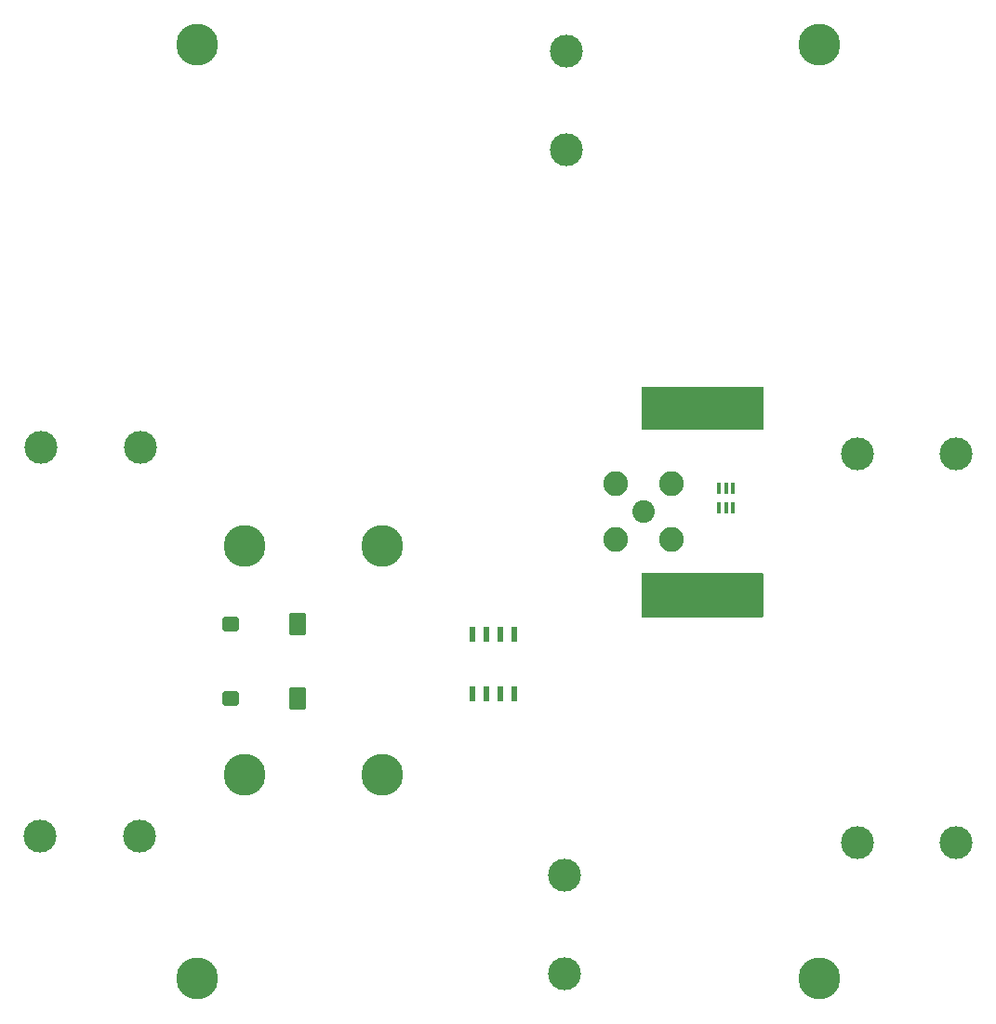
<source format=gts>
%TF.GenerationSoftware,KiCad,Pcbnew,7.0.10*%
%TF.CreationDate,2024-05-04T16:42:37-07:00*%
%TF.ProjectId,Z_Panels,5a5f5061-6e65-46c7-932e-6b696361645f,rev?*%
%TF.SameCoordinates,Original*%
%TF.FileFunction,Soldermask,Top*%
%TF.FilePolarity,Negative*%
%FSLAX46Y46*%
G04 Gerber Fmt 4.6, Leading zero omitted, Abs format (unit mm)*
G04 Created by KiCad (PCBNEW 7.0.10) date 2024-05-04 16:42:37*
%MOMM*%
%LPD*%
G01*
G04 APERTURE LIST*
G04 Aperture macros list*
%AMRoundRect*
0 Rectangle with rounded corners*
0 $1 Rounding radius*
0 $2 $3 $4 $5 $6 $7 $8 $9 X,Y pos of 4 corners*
0 Add a 4 corners polygon primitive as box body*
4,1,4,$2,$3,$4,$5,$6,$7,$8,$9,$2,$3,0*
0 Add four circle primitives for the rounded corners*
1,1,$1+$1,$2,$3*
1,1,$1+$1,$4,$5*
1,1,$1+$1,$6,$7*
1,1,$1+$1,$8,$9*
0 Add four rect primitives between the rounded corners*
20,1,$1+$1,$2,$3,$4,$5,0*
20,1,$1+$1,$4,$5,$6,$7,0*
20,1,$1+$1,$6,$7,$8,$9,0*
20,1,$1+$1,$8,$9,$2,$3,0*%
%AMFreePoly0*
4,1,5,2.000000,-5.500000,-2.000000,-5.500000,-2.000000,5.500000,2.000000,5.500000,2.000000,-5.500000,2.000000,-5.500000,$1*%
G04 Aperture macros list end*
%ADD10FreePoly0,90.000000*%
%ADD11R,11.000000X4.000000*%
%ADD12R,1.000000X4.000000*%
%ADD13C,3.000000*%
%ADD14C,2.600000*%
%ADD15C,3.800000*%
%ADD16R,0.533400X1.460500*%
%ADD17RoundRect,0.187500X-0.562500X-0.862500X0.562500X-0.862500X0.562500X0.862500X-0.562500X0.862500X0*%
%ADD18RoundRect,0.162500X-0.587500X-0.487500X0.587500X-0.487500X0.587500X0.487500X-0.587500X0.487500X0*%
%ADD19RoundRect,0.175000X-0.525000X-0.825000X0.525000X-0.825000X0.525000X0.825000X-0.525000X0.825000X0*%
%ADD20RoundRect,0.150000X-0.550000X-0.450000X0.550000X-0.450000X0.550000X0.450000X-0.550000X0.450000X0*%
%ADD21R,0.350000X1.000000*%
%ADD22C,2.050000*%
%ADD23C,2.250000*%
G04 APERTURE END LIST*
D10*
X201170000Y-96080000D03*
D11*
X201170000Y-79000000D03*
D12*
X206250000Y-96080000D03*
X206250000Y-79000000D03*
D13*
X150000000Y-82600000D03*
X141000000Y-82600000D03*
D14*
X155182000Y-45965600D03*
D15*
X155182000Y-45965600D03*
D16*
X180215000Y-105023300D03*
X181485000Y-105023300D03*
X182755000Y-105023300D03*
X184025000Y-105023300D03*
X184025000Y-99575000D03*
X182755000Y-99575000D03*
X181485000Y-99575000D03*
X180215000Y-99575000D03*
D13*
X188600000Y-121500000D03*
X188600000Y-130500000D03*
D14*
X159500000Y-112400000D03*
D15*
X159500000Y-112400000D03*
D14*
X172000000Y-112400000D03*
D15*
X172000000Y-112400000D03*
D17*
X164350000Y-105450000D03*
D18*
X158250000Y-105450000D03*
D19*
X164350000Y-105450000D03*
D20*
X158250000Y-105450000D03*
D14*
X172000000Y-91600000D03*
D15*
X172000000Y-91600000D03*
D14*
X211856000Y-45965600D03*
D15*
X211856000Y-45965600D03*
D13*
X188800000Y-46500000D03*
X188800000Y-55500000D03*
X224300000Y-83200000D03*
X215300000Y-83200000D03*
X149900000Y-118000000D03*
X140900000Y-118000000D03*
D14*
X211856000Y-130965600D03*
D15*
X211856000Y-130965600D03*
D17*
X164300000Y-98650000D03*
D18*
X158200000Y-98650000D03*
D19*
X164300000Y-98650000D03*
D20*
X158200000Y-98650000D03*
D13*
X224300000Y-118600000D03*
X215300000Y-118600000D03*
D14*
X155182000Y-130965600D03*
D15*
X155182000Y-130965600D03*
D21*
X202674000Y-88084000D03*
X203324000Y-88084000D03*
X203974000Y-88084000D03*
X203974000Y-86284000D03*
X203324000Y-86284000D03*
X202674000Y-86284000D03*
D14*
X159500000Y-91600000D03*
D15*
X159500000Y-91600000D03*
D22*
X195800000Y-88400000D03*
D23*
X193260000Y-90940000D03*
X198340000Y-90940000D03*
X193260000Y-85860000D03*
X198340000Y-85860000D03*
M02*

</source>
